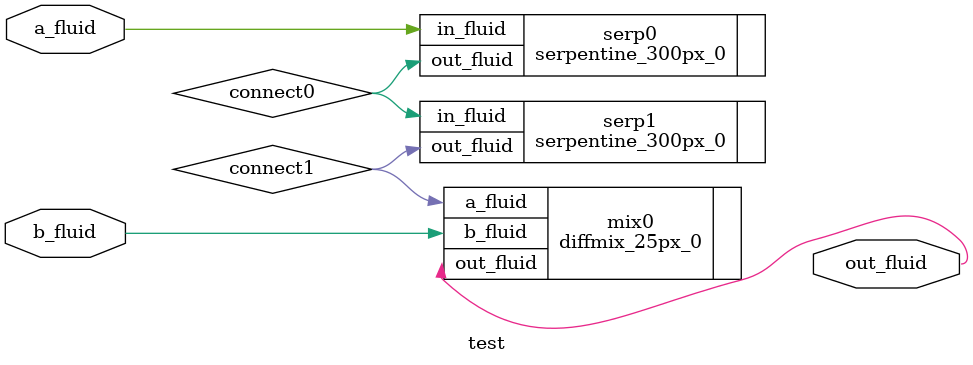
<source format=v>
module test (
    a_fluid,
    b_fluid,
    out_fluid
);

input a_fluid, b_fluid;
output out_fluid;

wire connect0, connect1;

serpentine_300px_0 serp0 (.in_fluid(a_fluid), .out_fluid(connect0));
serpentine_300px_0 serp1 (.in_fluid(connect0), .out_fluid(connect1));
diffmix_25px_0 mix0 (.a_fluid(connect1), .b_fluid(b_fluid), .out_fluid(out_fluid));

endmodule
</source>
